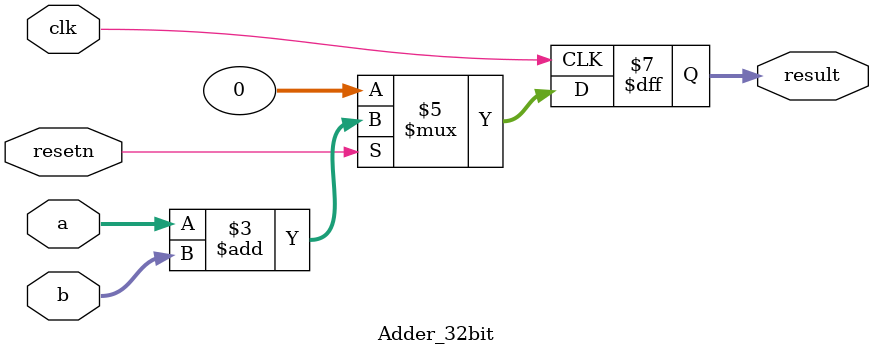
<source format=sv>
`timescale 1ns / 1ps


module Adder_32bit(
    input [31:0] a,
    input [31:0] b,
    output reg [31:0] result,
    input clk,
    input resetn
    );
    always_ff @ (posedge clk) begin
        if (!resetn) begin
            result  <= 32'h00000000;
        end else begin
            result = a + b;
        end
    end
endmodule

</source>
